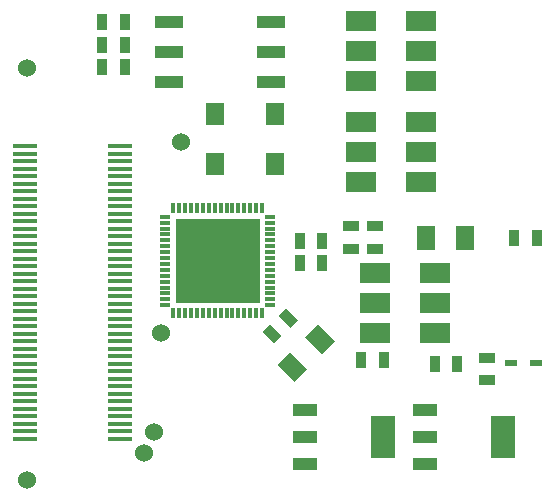
<source format=gtp>
%FSLAX34Y34*%
G04 Gerber Fmt 3.4, Leading zero omitted, Abs format*
G04 (created by PCBNEW (2014-01-02 BZR 4600)-product) date Mon 03 Feb 2014 08:03:22 PM PST*
%MOIN*%
G01*
G70*
G90*
G04 APERTURE LIST*
%ADD10C,0.005906*%
%ADD11R,0.036000X0.012000*%
%ADD12R,0.012000X0.036000*%
%ADD13R,0.285000X0.285000*%
%ADD14R,0.035000X0.055000*%
%ADD15R,0.060000X0.080000*%
%ADD16R,0.055000X0.035000*%
%ADD17R,0.039400X0.023600*%
%ADD18R,0.061024X0.076772*%
%ADD19R,0.096063X0.044094*%
%ADD20R,0.100000X0.065000*%
%ADD21R,0.080000X0.144000*%
%ADD22R,0.080000X0.040000*%
%ADD23R,0.078740X0.015748*%
%ADD24C,0.060000*%
G04 APERTURE END LIST*
G54D10*
G54D11*
X6045Y-7201D03*
X6045Y-7401D03*
X6045Y-7601D03*
X6045Y-7791D03*
X6045Y-7991D03*
X6045Y-8191D03*
X6045Y-8381D03*
X6045Y-8581D03*
X6045Y-8781D03*
X6045Y-8981D03*
X6045Y-9171D03*
X6045Y-9371D03*
X6045Y-9571D03*
X6045Y-9761D03*
X6045Y-9961D03*
X6045Y-10161D03*
G54D12*
X6315Y-10431D03*
X6515Y-10431D03*
X6715Y-10431D03*
X6905Y-10431D03*
X7105Y-10431D03*
X7305Y-10431D03*
X7495Y-10431D03*
X7695Y-10431D03*
X7895Y-10431D03*
X8095Y-10431D03*
X8285Y-10431D03*
X8485Y-10431D03*
X8685Y-10431D03*
X8875Y-10431D03*
X9075Y-10431D03*
X9275Y-10431D03*
G54D11*
X9545Y-10161D03*
X9545Y-9961D03*
X9545Y-9761D03*
X9545Y-9571D03*
X9545Y-9371D03*
X9545Y-9171D03*
X9545Y-8981D03*
X9545Y-8781D03*
X9545Y-8581D03*
X9545Y-8381D03*
X9545Y-8191D03*
X9545Y-7991D03*
X9545Y-7791D03*
X9545Y-7601D03*
X9545Y-7401D03*
X9545Y-7201D03*
G54D12*
X9275Y-6931D03*
X9075Y-6931D03*
X8875Y-6931D03*
X8685Y-6931D03*
X8485Y-6931D03*
X8285Y-6931D03*
X8095Y-6931D03*
X7895Y-6931D03*
X7695Y-6931D03*
X7495Y-6931D03*
X7305Y-6931D03*
X7105Y-6931D03*
X6905Y-6931D03*
X6715Y-6931D03*
X6515Y-6931D03*
X6315Y-6931D03*
G54D13*
X7795Y-8681D03*
G54D14*
X13327Y-11988D03*
X12577Y-11988D03*
G54D15*
X14743Y-7913D03*
X16043Y-7913D03*
G54D14*
X10530Y-8011D03*
X11280Y-8011D03*
G54D10*
G36*
X10076Y-10263D02*
X10465Y-10652D01*
X10217Y-10899D01*
X9828Y-10510D01*
X10076Y-10263D01*
X10076Y-10263D01*
G37*
G36*
X9546Y-10793D02*
X9934Y-11182D01*
X9687Y-11429D01*
X9298Y-11040D01*
X9546Y-10793D01*
X9546Y-10793D01*
G37*
G36*
X11136Y-10797D02*
X11702Y-11363D01*
X11278Y-11787D01*
X10712Y-11221D01*
X11136Y-10797D01*
X11136Y-10797D01*
G37*
G36*
X10217Y-11716D02*
X10783Y-12282D01*
X10359Y-12706D01*
X9793Y-12140D01*
X10217Y-11716D01*
X10217Y-11716D01*
G37*
G54D16*
X12244Y-7518D03*
X12244Y-8268D03*
G54D14*
X15038Y-12125D03*
X15788Y-12125D03*
G54D16*
X16791Y-12658D03*
X16791Y-11908D03*
G54D17*
X17559Y-12086D03*
X18425Y-12086D03*
G54D18*
X9700Y-3779D03*
X7700Y-3779D03*
X7700Y-5433D03*
X9700Y-5433D03*
G54D19*
X9559Y-2732D03*
X6169Y-2732D03*
X9559Y-1732D03*
X6169Y-1732D03*
X9559Y-732D03*
X6169Y-732D03*
G54D14*
X11280Y-8740D03*
X10530Y-8740D03*
X4705Y-2204D03*
X3955Y-2204D03*
X4705Y-1466D03*
X3955Y-1466D03*
X4705Y-728D03*
X3955Y-728D03*
G54D16*
X13051Y-7518D03*
X13051Y-8268D03*
G54D20*
X14559Y-2696D03*
X14559Y-1696D03*
X14559Y-696D03*
X12559Y-696D03*
X12559Y-1696D03*
X12559Y-2696D03*
X14559Y-6043D03*
X14559Y-5043D03*
X14559Y-4043D03*
X12559Y-4043D03*
X12559Y-5043D03*
X12559Y-6043D03*
G54D21*
X17323Y-14547D03*
G54D22*
X14723Y-14547D03*
X14723Y-15447D03*
X14723Y-13647D03*
G54D21*
X13307Y-14547D03*
G54D22*
X10707Y-14547D03*
X10707Y-15447D03*
X10707Y-13647D03*
G54D14*
X18426Y-7913D03*
X17676Y-7913D03*
G54D23*
X1377Y-4849D03*
X4527Y-4849D03*
X1377Y-5099D03*
X4527Y-5099D03*
X1377Y-5349D03*
X4527Y-5349D03*
X1377Y-5599D03*
X4527Y-5599D03*
X1377Y-5849D03*
X4527Y-5849D03*
X1377Y-6099D03*
X4527Y-6099D03*
X1377Y-6349D03*
X4527Y-6349D03*
X1377Y-6599D03*
X4527Y-6599D03*
X1377Y-6849D03*
X4527Y-6849D03*
X1377Y-7099D03*
X4527Y-7099D03*
X1377Y-7349D03*
X4527Y-7349D03*
X1377Y-7599D03*
X4527Y-7599D03*
X1377Y-7849D03*
X4527Y-7849D03*
X1377Y-8099D03*
X4527Y-8099D03*
X1377Y-8349D03*
X4527Y-8349D03*
X1377Y-8599D03*
X4527Y-8599D03*
X1377Y-8849D03*
X4527Y-8849D03*
X1377Y-9099D03*
X4527Y-9099D03*
X1377Y-9349D03*
X4527Y-9349D03*
X1377Y-9599D03*
X4527Y-9599D03*
X1377Y-9849D03*
X4527Y-9849D03*
X1377Y-10099D03*
X4527Y-10099D03*
X1377Y-10349D03*
X4527Y-10349D03*
X1377Y-10599D03*
X4527Y-10599D03*
X1377Y-10849D03*
X4527Y-10849D03*
X1377Y-11099D03*
X4527Y-11099D03*
X1377Y-11349D03*
X4527Y-11349D03*
X1377Y-11599D03*
X4527Y-11599D03*
X1377Y-11849D03*
X4527Y-11849D03*
X1377Y-12099D03*
X4527Y-12099D03*
X1377Y-12349D03*
X4527Y-12349D03*
X1377Y-12599D03*
X4527Y-12599D03*
X1377Y-12849D03*
X4527Y-12849D03*
X1377Y-13099D03*
X4527Y-13099D03*
X1377Y-13349D03*
X4527Y-13349D03*
X1377Y-13599D03*
X4527Y-13599D03*
X1377Y-13849D03*
X4527Y-13849D03*
X1377Y-14099D03*
X4527Y-14099D03*
X1377Y-14349D03*
X4527Y-14349D03*
X1377Y-14599D03*
X4527Y-14599D03*
G54D24*
X1437Y-15984D03*
X5669Y-14389D03*
X1427Y-2244D03*
X5334Y-15098D03*
X6564Y-4704D03*
X5905Y-11092D03*
G54D20*
X15051Y-11082D03*
X15051Y-10082D03*
X15051Y-9082D03*
X13051Y-9082D03*
X13051Y-10082D03*
X13051Y-11082D03*
M02*

</source>
